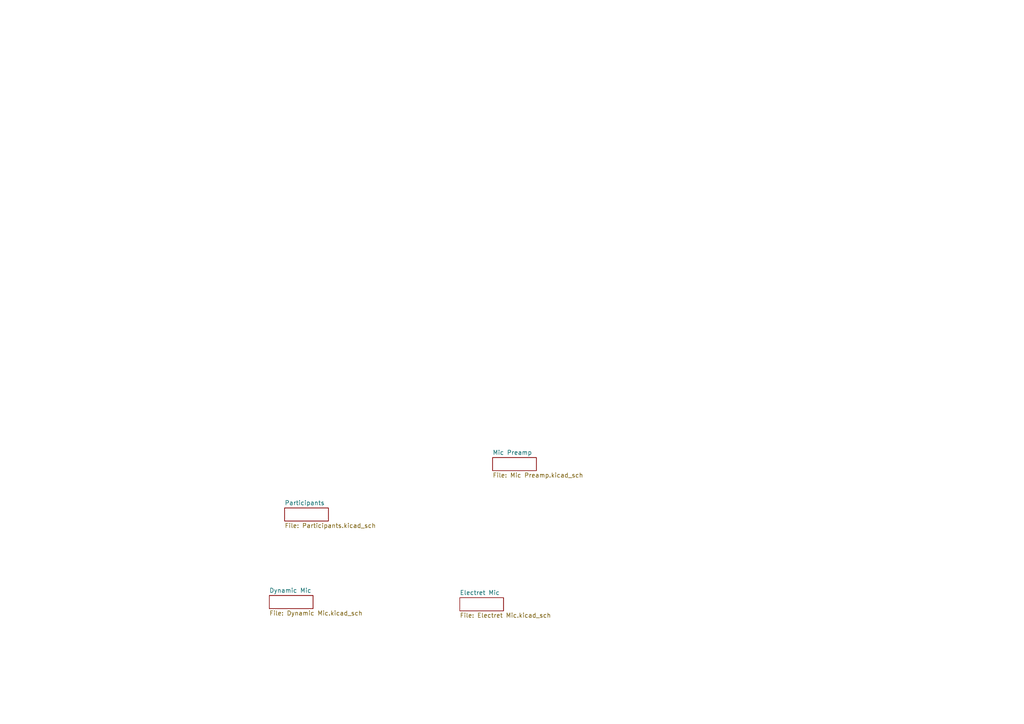
<source format=kicad_sch>
(kicad_sch (version 20211123) (generator eeschema)
  (paper "A4")
  (lib_symbols)
  (sheet (at 133.35 173.355) (size 12.7 3.81) (stroke (width 0.1524))
    (property "Sheet name" "Electret Mic" (at 133.35 172.6434 0) (effects (justify left bottom)))
    (property "Sheet file" "Electret Mic.kicad_sch" (at 133.35 177.7496 0) (effects (justify left top)))
  )
  (sheet (at 82.55 147.32) (size 12.7 3.81) (stroke (width 0.1524))
    (property "Sheet name" "Participants" (at 82.55 146.6084 0) (effects (justify left bottom)))
    (property "Sheet file" "Participants.kicad_sch" (at 82.55 151.7146 0) (effects (justify left top)))
  )
  (sheet (at 142.875 132.715) (size 12.7 3.81) (stroke (width 0.1524))
    (property "Sheet name" "Mic Preamp" (at 142.875 132.0034 0) (effects (justify left bottom)))
    (property "Sheet file" "Mic Preamp.kicad_sch" (at 142.875 137.1096 0) (effects (justify left top)))
  )
  (sheet (at 78.105 172.72) (size 12.7 3.81) (stroke (width 0.1524))
    (property "Sheet name" "Dynamic Mic" (at 78.105 172.0084 0) (effects (justify left bottom)))
    (property "Sheet file" "Dynamic Mic.kicad_sch" (at 78.105 177.1146 0) (effects (justify left top)))
  )
)
</source>
